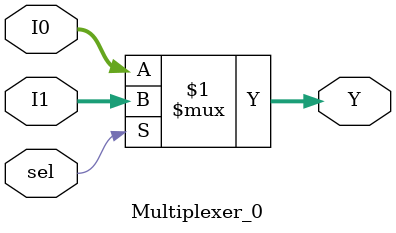
<source format=v>
module Multiplexer_0 #(parameter BIT_WIDTH = 32)(
    input [BIT_WIDTH - 1:0] I0, I1,
    input sel,
    output [BIT_WIDTH - 1:0] Y
    );
    
    assign Y = sel ? I1 : I0;
    
endmodule

</source>
